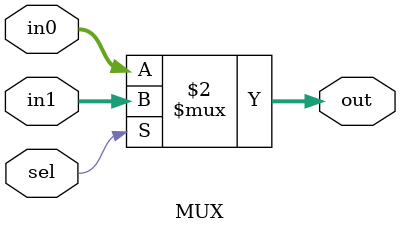
<source format=v>
module MUX (
    input [31:0] in0,
    input [31:0] in1,
    input sel,
    output [31:0] out
);
    assign out = sel == 0 ? in0 : in1;
endmodule

</source>
